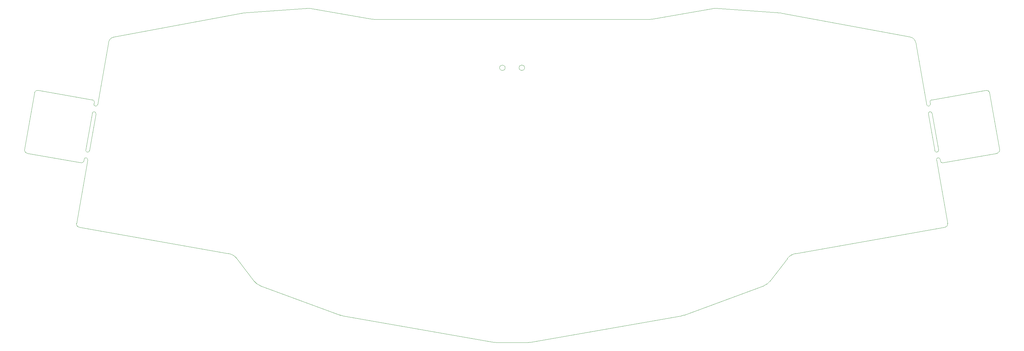
<source format=gm1>
G04 #@! TF.GenerationSoftware,KiCad,Pcbnew,(6.0.2)*
G04 #@! TF.CreationDate,2022-04-09T00:46:14+08:00*
G04 #@! TF.ProjectId,plate,706c6174-652e-46b6-9963-61645f706362,rev?*
G04 #@! TF.SameCoordinates,Original*
G04 #@! TF.FileFunction,Profile,NP*
%FSLAX46Y46*%
G04 Gerber Fmt 4.6, Leading zero omitted, Abs format (unit mm)*
G04 Created by KiCad (PCBNEW (6.0.2)) date 2022-04-09 00:46:14*
%MOMM*%
%LPD*%
G01*
G04 APERTURE LIST*
G04 #@! TA.AperFunction,Profile*
%ADD10C,0.100000*%
G04 #@! TD*
G04 APERTURE END LIST*
D10*
X80090739Y-111289183D02*
X63939104Y-108440854D01*
X346774359Y-109252013D02*
G75*
G03*
X345615902Y-108440854I-984807J-173647D01*
G01*
X329624113Y-115284120D02*
G75*
G03*
X328534035Y-115475675I-545039J-95778D01*
G01*
X78601771Y-129200995D02*
G75*
G03*
X77511693Y-129009440I-545039J95777D01*
G01*
X255205304Y-175643955D02*
G75*
G03*
X255898909Y-175456112I-695307J3941882D01*
G01*
X80429922Y-112518445D02*
G75*
G03*
X81520000Y-112710000I545039J-95777D01*
G01*
X163028593Y-87225250D02*
G75*
G03*
X163723185Y-87286019I694586J3939158D01*
G01*
X76083697Y-149270027D02*
X120461265Y-157094990D01*
X328035007Y-112710000D02*
G75*
G03*
X329125085Y-112518445I545039J95778D01*
G01*
X279696012Y-166650013D02*
G75*
G03*
X281488950Y-165323575I-1386351J3748893D01*
G01*
X329470000Y-111280001D02*
G75*
G03*
X329020739Y-111920817I95779J-545039D01*
G01*
X210316987Y-183558977D02*
X255205304Y-175643955D01*
X84782206Y-94179560D02*
X81520000Y-112710000D01*
X78010721Y-126243765D02*
G75*
G03*
X79100799Y-126435320I545039J-95777D01*
G01*
X349735059Y-126042986D02*
X346774358Y-109252013D01*
X128066056Y-165323575D02*
G75*
G03*
X129858994Y-166650013I3179289J2422455D01*
G01*
X334282470Y-148111571D02*
X330953236Y-129200995D01*
X332149184Y-129600739D02*
G75*
G03*
X332790000Y-130050000I545039J95779D01*
G01*
X86385427Y-92560704D02*
G75*
G03*
X84782206Y-94179560I367354J-1967103D01*
G01*
X78010721Y-126243765D02*
X79930894Y-115284120D01*
X76760000Y-130040001D02*
G75*
G03*
X77400817Y-129590739I95777J545041D01*
G01*
X153656097Y-175456112D02*
X129858994Y-166650013D01*
X284753925Y-85401908D02*
G75*
G03*
X284302686Y-85344134I-734308J-3944182D01*
G01*
X328035007Y-112710000D02*
X324772801Y-94179560D01*
X80540000Y-111930000D02*
X80429923Y-112518445D01*
X199238019Y-183558977D02*
X154349702Y-175643955D01*
X81020972Y-115475675D02*
G75*
G03*
X79930894Y-115284120I-545039J95777D01*
G01*
X78601771Y-129200995D02*
X75272537Y-148111571D01*
X265433565Y-84012682D02*
G75*
G03*
X264457422Y-84063530I-281012J-4000408D01*
G01*
X122947808Y-158609272D02*
G75*
G03*
X120461265Y-157094990I-3180243J-2423483D01*
G01*
X333471310Y-149270027D02*
G75*
G03*
X334282470Y-148111571I-173648J984808D01*
G01*
X80540001Y-111930000D02*
G75*
G03*
X80090739Y-111289183I-545041J95777D01*
G01*
X63939104Y-108440854D02*
G75*
G03*
X62780649Y-109252013I-173647J-984808D01*
G01*
X125025056Y-85360171D02*
X144121442Y-84012682D01*
X289093742Y-157094990D02*
G75*
G03*
X286607199Y-158609272I693696J-3937759D01*
G01*
X333471310Y-149270027D02*
X289093742Y-157094990D01*
X329624113Y-115284120D02*
X331544286Y-126243765D01*
X284302686Y-85344134D02*
X265433565Y-84012682D01*
X79100799Y-126435320D02*
X81020972Y-115475675D01*
X202710061Y-101730000D02*
G75*
G03*
X202710061Y-101730000I-820061J0D01*
G01*
X163723185Y-87286019D02*
X245831821Y-87286019D01*
X153656097Y-175456112D02*
G75*
G03*
X154349702Y-175643955I1388912J3754039D01*
G01*
X246526414Y-87225250D02*
X264457422Y-84063530D01*
X255898909Y-175456112D02*
X279696012Y-166650013D01*
X199238019Y-183558977D02*
G75*
G03*
X199932612Y-183619746I694588J3939181D01*
G01*
X284753925Y-85401908D02*
X323169580Y-92560704D01*
X324772801Y-94179560D02*
G75*
G03*
X323169580Y-92560704I-1970570J-348241D01*
G01*
X329125084Y-112518445D02*
X329020739Y-111920817D01*
X245831821Y-87286019D02*
G75*
G03*
X246526414Y-87225250I5J3999950D01*
G01*
X332043314Y-129009440D02*
G75*
G03*
X330953236Y-129200995I-545039J-95778D01*
G01*
X332043314Y-129009440D02*
X332149183Y-129600739D01*
X145097585Y-84063530D02*
X163028593Y-87225250D01*
X209622395Y-183619746D02*
G75*
G03*
X210316987Y-183558977I6J3999927D01*
G01*
X62780649Y-109252013D02*
X59819947Y-126042986D01*
X77400817Y-129590739D02*
X77511693Y-129009440D01*
X125025056Y-85360171D02*
X86385427Y-92560704D01*
X348923900Y-127201441D02*
G75*
G03*
X349735059Y-126042986I-173649J984808D01*
G01*
X330454208Y-126435320D02*
G75*
G03*
X331544286Y-126243765I545039J95778D01*
G01*
X208490061Y-101720000D02*
G75*
G03*
X208490061Y-101720000I-820061J0D01*
G01*
X59819947Y-126042986D02*
G75*
G03*
X60631107Y-127201441I984810J-173646D01*
G01*
X328534035Y-115475675D02*
X330454208Y-126435320D01*
X332790000Y-130050000D02*
X348923900Y-127201441D01*
X199932612Y-183619746D02*
X209622395Y-183619746D01*
X75272537Y-148111571D02*
G75*
G03*
X76083697Y-149270027I984808J-173648D01*
G01*
X345615902Y-108440854D02*
X329470000Y-111280000D01*
X281488950Y-165323575D02*
X286607199Y-158609272D01*
X76760000Y-130040000D02*
X60631107Y-127201441D01*
X145097585Y-84063530D02*
G75*
G03*
X144121442Y-84012682I-695131J-3949560D01*
G01*
X128066056Y-165323575D02*
X122947808Y-158609272D01*
M02*

</source>
